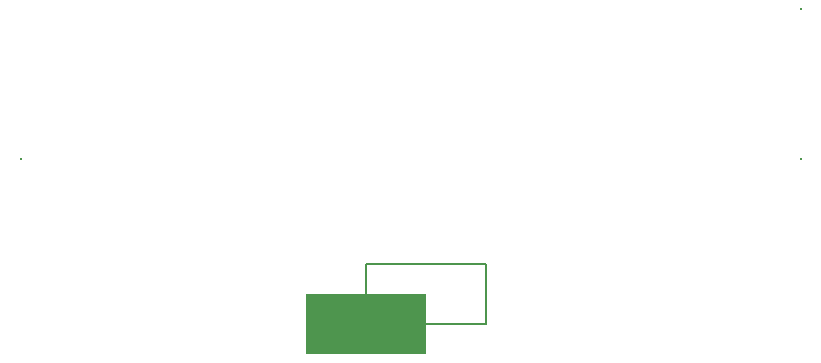
<source format=gbo>
G04 Layer: Bottom Overlay/Silk (GBO)*
%FSLAX24Y24*%
%MOIN*%
%ADD10C,0.008000*%
%ADD11C,0.012000*%
%ADD12R,0.020000X0.008000*%
%ADD13R,0.400000X0.200000*%
%ADD14R,0.150000X0.100000*%
G01*
G04 Bottom component outlines*
D13*
X12000Y05000D02*
X12000Y05000D03*
G04 Draw outline*
D10*
X12000Y05000D02*
X16000Y05000D01*
X16000Y07000D01*
X12000Y07000D01*
X12000Y05000D01*
G04 Reference designator*
D11*
X12000Y05000D03*
G04 Test points*
D10*
X00500Y10500D02*
X00500Y10500D03*
X26500Y10500D03*
X26500Y15500D03*
%
M02*

</source>
